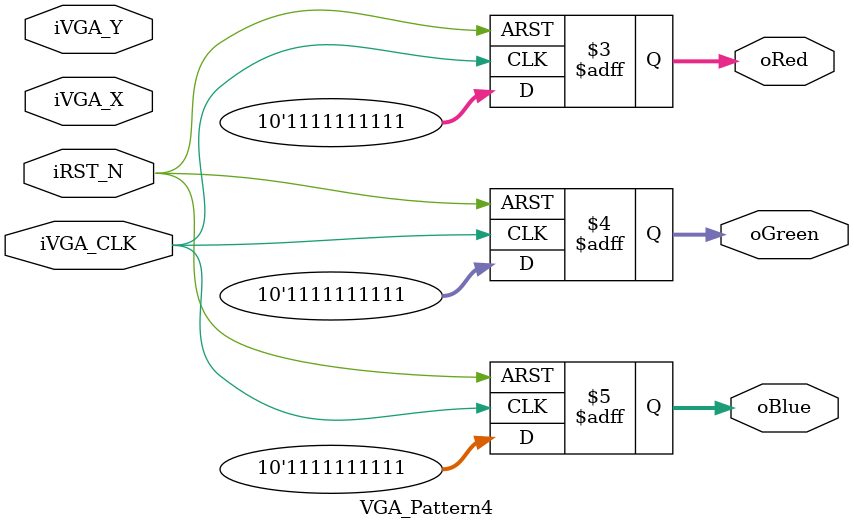
<source format=v>
module	VGA_Pattern4	(	//	Read Out Side
						oRed,
						oGreen,
						oBlue,
						iVGA_X,
						iVGA_Y,
						iVGA_CLK,
						//	Control Signals
						iRST_N	);
//	Read Out Side
output	reg	[9:0]	oRed;
output	reg	[9:0]	oGreen;
output	reg	[9:0]	oBlue;
input	[9:0]		iVGA_X;
input	[9:0]		iVGA_Y;
input				iVGA_CLK;
//	Control Signals
input				iRST_N;

always@(posedge iVGA_CLK or negedge iRST_N)
begin
	if(!iRST_N)
	begin
		oRed	 <=	0;
		oGreen <=	0;
		oBlue	 <=	0;
	end
	else
	begin
		oRed	 <=	 1023;
		oGreen <=	 1023;
		oBlue	 <=	 1023;
	end
end

endmodule
</source>
